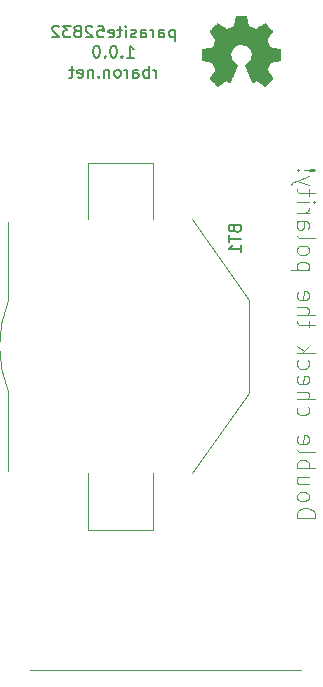
<source format=gbr>
G04 #@! TF.GenerationSoftware,KiCad,Pcbnew,(5.1.2-1)-1*
G04 #@! TF.CreationDate,2021-02-23T18:56:46+01:00*
G04 #@! TF.ProjectId,parasite,70617261-7369-4746-952e-6b696361645f,1.1.0*
G04 #@! TF.SameCoordinates,Original*
G04 #@! TF.FileFunction,Legend,Bot*
G04 #@! TF.FilePolarity,Positive*
%FSLAX46Y46*%
G04 Gerber Fmt 4.6, Leading zero omitted, Abs format (unit mm)*
G04 Created by KiCad (PCBNEW (5.1.2-1)-1) date 2021-02-23 18:56:46*
%MOMM*%
%LPD*%
G04 APERTURE LIST*
%ADD10C,0.100000*%
%ADD11C,0.200000*%
%ADD12C,0.120000*%
%ADD13C,0.010000*%
%ADD14C,0.150000*%
G04 APERTURE END LIST*
D10*
X129121428Y-86150000D02*
X130621428Y-86150000D01*
X130621428Y-85792857D01*
X130550000Y-85578571D01*
X130407142Y-85435714D01*
X130264285Y-85364285D01*
X129978571Y-85292857D01*
X129764285Y-85292857D01*
X129478571Y-85364285D01*
X129335714Y-85435714D01*
X129192857Y-85578571D01*
X129121428Y-85792857D01*
X129121428Y-86150000D01*
X129121428Y-84435714D02*
X129192857Y-84578571D01*
X129264285Y-84650000D01*
X129407142Y-84721428D01*
X129835714Y-84721428D01*
X129978571Y-84650000D01*
X130050000Y-84578571D01*
X130121428Y-84435714D01*
X130121428Y-84221428D01*
X130050000Y-84078571D01*
X129978571Y-84007142D01*
X129835714Y-83935714D01*
X129407142Y-83935714D01*
X129264285Y-84007142D01*
X129192857Y-84078571D01*
X129121428Y-84221428D01*
X129121428Y-84435714D01*
X130121428Y-82650000D02*
X129121428Y-82650000D01*
X130121428Y-83292857D02*
X129335714Y-83292857D01*
X129192857Y-83221428D01*
X129121428Y-83078571D01*
X129121428Y-82864285D01*
X129192857Y-82721428D01*
X129264285Y-82650000D01*
X129121428Y-81935714D02*
X130621428Y-81935714D01*
X130050000Y-81935714D02*
X130121428Y-81792857D01*
X130121428Y-81507142D01*
X130050000Y-81364285D01*
X129978571Y-81292857D01*
X129835714Y-81221428D01*
X129407142Y-81221428D01*
X129264285Y-81292857D01*
X129192857Y-81364285D01*
X129121428Y-81507142D01*
X129121428Y-81792857D01*
X129192857Y-81935714D01*
X129121428Y-80364285D02*
X129192857Y-80507142D01*
X129335714Y-80578571D01*
X130621428Y-80578571D01*
X129192857Y-79221428D02*
X129121428Y-79364285D01*
X129121428Y-79650000D01*
X129192857Y-79792857D01*
X129335714Y-79864285D01*
X129907142Y-79864285D01*
X130050000Y-79792857D01*
X130121428Y-79650000D01*
X130121428Y-79364285D01*
X130050000Y-79221428D01*
X129907142Y-79150000D01*
X129764285Y-79150000D01*
X129621428Y-79864285D01*
X129192857Y-76721428D02*
X129121428Y-76864285D01*
X129121428Y-77150000D01*
X129192857Y-77292857D01*
X129264285Y-77364285D01*
X129407142Y-77435714D01*
X129835714Y-77435714D01*
X129978571Y-77364285D01*
X130050000Y-77292857D01*
X130121428Y-77150000D01*
X130121428Y-76864285D01*
X130050000Y-76721428D01*
X129121428Y-76078571D02*
X130621428Y-76078571D01*
X129121428Y-75435714D02*
X129907142Y-75435714D01*
X130050000Y-75507142D01*
X130121428Y-75649999D01*
X130121428Y-75864285D01*
X130050000Y-76007142D01*
X129978571Y-76078571D01*
X129192857Y-74149999D02*
X129121428Y-74292857D01*
X129121428Y-74578571D01*
X129192857Y-74721428D01*
X129335714Y-74792857D01*
X129907142Y-74792857D01*
X130050000Y-74721428D01*
X130121428Y-74578571D01*
X130121428Y-74292857D01*
X130050000Y-74149999D01*
X129907142Y-74078571D01*
X129764285Y-74078571D01*
X129621428Y-74792857D01*
X129192857Y-72792857D02*
X129121428Y-72935714D01*
X129121428Y-73221428D01*
X129192857Y-73364285D01*
X129264285Y-73435714D01*
X129407142Y-73507142D01*
X129835714Y-73507142D01*
X129978571Y-73435714D01*
X130050000Y-73364285D01*
X130121428Y-73221428D01*
X130121428Y-72935714D01*
X130050000Y-72792857D01*
X129121428Y-72149999D02*
X130621428Y-72149999D01*
X129692857Y-72007142D02*
X129121428Y-71578571D01*
X130121428Y-71578571D02*
X129550000Y-72149999D01*
X130121428Y-70007142D02*
X130121428Y-69435714D01*
X130621428Y-69792857D02*
X129335714Y-69792857D01*
X129192857Y-69721428D01*
X129121428Y-69578571D01*
X129121428Y-69435714D01*
X129121428Y-68935714D02*
X130621428Y-68935714D01*
X129121428Y-68292857D02*
X129907142Y-68292857D01*
X130050000Y-68364285D01*
X130121428Y-68507142D01*
X130121428Y-68721428D01*
X130050000Y-68864285D01*
X129978571Y-68935714D01*
X129192857Y-67007142D02*
X129121428Y-67149999D01*
X129121428Y-67435714D01*
X129192857Y-67578571D01*
X129335714Y-67649999D01*
X129907142Y-67649999D01*
X130050000Y-67578571D01*
X130121428Y-67435714D01*
X130121428Y-67149999D01*
X130050000Y-67007142D01*
X129907142Y-66935714D01*
X129764285Y-66935714D01*
X129621428Y-67649999D01*
X130121428Y-65149999D02*
X128621428Y-65149999D01*
X130050000Y-65149999D02*
X130121428Y-65007142D01*
X130121428Y-64721428D01*
X130050000Y-64578571D01*
X129978571Y-64507142D01*
X129835714Y-64435714D01*
X129407142Y-64435714D01*
X129264285Y-64507142D01*
X129192857Y-64578571D01*
X129121428Y-64721428D01*
X129121428Y-65007142D01*
X129192857Y-65149999D01*
X129121428Y-63578571D02*
X129192857Y-63721428D01*
X129264285Y-63792857D01*
X129407142Y-63864285D01*
X129835714Y-63864285D01*
X129978571Y-63792857D01*
X130050000Y-63721428D01*
X130121428Y-63578571D01*
X130121428Y-63364285D01*
X130050000Y-63221428D01*
X129978571Y-63149999D01*
X129835714Y-63078571D01*
X129407142Y-63078571D01*
X129264285Y-63149999D01*
X129192857Y-63221428D01*
X129121428Y-63364285D01*
X129121428Y-63578571D01*
X129121428Y-62221428D02*
X129192857Y-62364285D01*
X129335714Y-62435714D01*
X130621428Y-62435714D01*
X129121428Y-61007142D02*
X129907142Y-61007142D01*
X130050000Y-61078571D01*
X130121428Y-61221428D01*
X130121428Y-61507142D01*
X130050000Y-61649999D01*
X129192857Y-61007142D02*
X129121428Y-61149999D01*
X129121428Y-61507142D01*
X129192857Y-61649999D01*
X129335714Y-61721428D01*
X129478571Y-61721428D01*
X129621428Y-61649999D01*
X129692857Y-61507142D01*
X129692857Y-61149999D01*
X129764285Y-61007142D01*
X129121428Y-60292857D02*
X130121428Y-60292857D01*
X129835714Y-60292857D02*
X129978571Y-60221428D01*
X130050000Y-60149999D01*
X130121428Y-60007142D01*
X130121428Y-59864285D01*
X129121428Y-59364285D02*
X130121428Y-59364285D01*
X130621428Y-59364285D02*
X130550000Y-59435714D01*
X130478571Y-59364285D01*
X130550000Y-59292857D01*
X130621428Y-59364285D01*
X130478571Y-59364285D01*
X130121428Y-58864285D02*
X130121428Y-58292857D01*
X130621428Y-58649999D02*
X129335714Y-58649999D01*
X129192857Y-58578571D01*
X129121428Y-58435714D01*
X129121428Y-58292857D01*
X130121428Y-57935714D02*
X129121428Y-57578571D01*
X130121428Y-57221428D02*
X129121428Y-57578571D01*
X128764285Y-57721428D01*
X128692857Y-57792857D01*
X128621428Y-57935714D01*
X129264285Y-56649999D02*
X129192857Y-56578571D01*
X129121428Y-56649999D01*
X129192857Y-56721428D01*
X129264285Y-56649999D01*
X129121428Y-56649999D01*
X129692857Y-56649999D02*
X130550000Y-56721428D01*
X130621428Y-56649999D01*
X130550000Y-56578571D01*
X129692857Y-56649999D01*
X130621428Y-56649999D01*
D11*
X118766666Y-44785714D02*
X118766666Y-45785714D01*
X118766666Y-44833333D02*
X118671428Y-44785714D01*
X118480952Y-44785714D01*
X118385714Y-44833333D01*
X118338095Y-44880952D01*
X118290476Y-44976190D01*
X118290476Y-45261904D01*
X118338095Y-45357142D01*
X118385714Y-45404761D01*
X118480952Y-45452380D01*
X118671428Y-45452380D01*
X118766666Y-45404761D01*
X117433333Y-45452380D02*
X117433333Y-44928571D01*
X117480952Y-44833333D01*
X117576190Y-44785714D01*
X117766666Y-44785714D01*
X117861904Y-44833333D01*
X117433333Y-45404761D02*
X117528571Y-45452380D01*
X117766666Y-45452380D01*
X117861904Y-45404761D01*
X117909523Y-45309523D01*
X117909523Y-45214285D01*
X117861904Y-45119047D01*
X117766666Y-45071428D01*
X117528571Y-45071428D01*
X117433333Y-45023809D01*
X116957142Y-45452380D02*
X116957142Y-44785714D01*
X116957142Y-44976190D02*
X116909523Y-44880952D01*
X116861904Y-44833333D01*
X116766666Y-44785714D01*
X116671428Y-44785714D01*
X115909523Y-45452380D02*
X115909523Y-44928571D01*
X115957142Y-44833333D01*
X116052380Y-44785714D01*
X116242857Y-44785714D01*
X116338095Y-44833333D01*
X115909523Y-45404761D02*
X116004761Y-45452380D01*
X116242857Y-45452380D01*
X116338095Y-45404761D01*
X116385714Y-45309523D01*
X116385714Y-45214285D01*
X116338095Y-45119047D01*
X116242857Y-45071428D01*
X116004761Y-45071428D01*
X115909523Y-45023809D01*
X115480952Y-45404761D02*
X115385714Y-45452380D01*
X115195238Y-45452380D01*
X115100000Y-45404761D01*
X115052380Y-45309523D01*
X115052380Y-45261904D01*
X115100000Y-45166666D01*
X115195238Y-45119047D01*
X115338095Y-45119047D01*
X115433333Y-45071428D01*
X115480952Y-44976190D01*
X115480952Y-44928571D01*
X115433333Y-44833333D01*
X115338095Y-44785714D01*
X115195238Y-44785714D01*
X115100000Y-44833333D01*
X114623809Y-45452380D02*
X114623809Y-44785714D01*
X114623809Y-44452380D02*
X114671428Y-44500000D01*
X114623809Y-44547619D01*
X114576190Y-44500000D01*
X114623809Y-44452380D01*
X114623809Y-44547619D01*
X114290476Y-44785714D02*
X113909523Y-44785714D01*
X114147619Y-44452380D02*
X114147619Y-45309523D01*
X114100000Y-45404761D01*
X114004761Y-45452380D01*
X113909523Y-45452380D01*
X113195238Y-45404761D02*
X113290476Y-45452380D01*
X113480952Y-45452380D01*
X113576190Y-45404761D01*
X113623809Y-45309523D01*
X113623809Y-44928571D01*
X113576190Y-44833333D01*
X113480952Y-44785714D01*
X113290476Y-44785714D01*
X113195238Y-44833333D01*
X113147619Y-44928571D01*
X113147619Y-45023809D01*
X113623809Y-45119047D01*
X112242857Y-44452380D02*
X112719047Y-44452380D01*
X112766666Y-44928571D01*
X112719047Y-44880952D01*
X112623809Y-44833333D01*
X112385714Y-44833333D01*
X112290476Y-44880952D01*
X112242857Y-44928571D01*
X112195238Y-45023809D01*
X112195238Y-45261904D01*
X112242857Y-45357142D01*
X112290476Y-45404761D01*
X112385714Y-45452380D01*
X112623809Y-45452380D01*
X112719047Y-45404761D01*
X112766666Y-45357142D01*
X111814285Y-44547619D02*
X111766666Y-44500000D01*
X111671428Y-44452380D01*
X111433333Y-44452380D01*
X111338095Y-44500000D01*
X111290476Y-44547619D01*
X111242857Y-44642857D01*
X111242857Y-44738095D01*
X111290476Y-44880952D01*
X111861904Y-45452380D01*
X111242857Y-45452380D01*
X110671428Y-44880952D02*
X110766666Y-44833333D01*
X110814285Y-44785714D01*
X110861904Y-44690476D01*
X110861904Y-44642857D01*
X110814285Y-44547619D01*
X110766666Y-44500000D01*
X110671428Y-44452380D01*
X110480952Y-44452380D01*
X110385714Y-44500000D01*
X110338095Y-44547619D01*
X110290476Y-44642857D01*
X110290476Y-44690476D01*
X110338095Y-44785714D01*
X110385714Y-44833333D01*
X110480952Y-44880952D01*
X110671428Y-44880952D01*
X110766666Y-44928571D01*
X110814285Y-44976190D01*
X110861904Y-45071428D01*
X110861904Y-45261904D01*
X110814285Y-45357142D01*
X110766666Y-45404761D01*
X110671428Y-45452380D01*
X110480952Y-45452380D01*
X110385714Y-45404761D01*
X110338095Y-45357142D01*
X110290476Y-45261904D01*
X110290476Y-45071428D01*
X110338095Y-44976190D01*
X110385714Y-44928571D01*
X110480952Y-44880952D01*
X109957142Y-44452380D02*
X109338095Y-44452380D01*
X109671428Y-44833333D01*
X109528571Y-44833333D01*
X109433333Y-44880952D01*
X109385714Y-44928571D01*
X109338095Y-45023809D01*
X109338095Y-45261904D01*
X109385714Y-45357142D01*
X109433333Y-45404761D01*
X109528571Y-45452380D01*
X109814285Y-45452380D01*
X109909523Y-45404761D01*
X109957142Y-45357142D01*
X108957142Y-44547619D02*
X108909523Y-44500000D01*
X108814285Y-44452380D01*
X108576190Y-44452380D01*
X108480952Y-44500000D01*
X108433333Y-44547619D01*
X108385714Y-44642857D01*
X108385714Y-44738095D01*
X108433333Y-44880952D01*
X109004761Y-45452380D01*
X108385714Y-45452380D01*
X114742857Y-47152380D02*
X115314285Y-47152380D01*
X115028571Y-47152380D02*
X115028571Y-46152380D01*
X115123809Y-46295238D01*
X115219047Y-46390476D01*
X115314285Y-46438095D01*
X114314285Y-47057142D02*
X114266666Y-47104761D01*
X114314285Y-47152380D01*
X114361904Y-47104761D01*
X114314285Y-47057142D01*
X114314285Y-47152380D01*
X113647619Y-46152380D02*
X113552380Y-46152380D01*
X113457142Y-46200000D01*
X113409523Y-46247619D01*
X113361904Y-46342857D01*
X113314285Y-46533333D01*
X113314285Y-46771428D01*
X113361904Y-46961904D01*
X113409523Y-47057142D01*
X113457142Y-47104761D01*
X113552380Y-47152380D01*
X113647619Y-47152380D01*
X113742857Y-47104761D01*
X113790476Y-47057142D01*
X113838095Y-46961904D01*
X113885714Y-46771428D01*
X113885714Y-46533333D01*
X113838095Y-46342857D01*
X113790476Y-46247619D01*
X113742857Y-46200000D01*
X113647619Y-46152380D01*
X112885714Y-47057142D02*
X112838095Y-47104761D01*
X112885714Y-47152380D01*
X112933333Y-47104761D01*
X112885714Y-47057142D01*
X112885714Y-47152380D01*
X112219047Y-46152380D02*
X112123809Y-46152380D01*
X112028571Y-46200000D01*
X111980952Y-46247619D01*
X111933333Y-46342857D01*
X111885714Y-46533333D01*
X111885714Y-46771428D01*
X111933333Y-46961904D01*
X111980952Y-47057142D01*
X112028571Y-47104761D01*
X112123809Y-47152380D01*
X112219047Y-47152380D01*
X112314285Y-47104761D01*
X112361904Y-47057142D01*
X112409523Y-46961904D01*
X112457142Y-46771428D01*
X112457142Y-46533333D01*
X112409523Y-46342857D01*
X112361904Y-46247619D01*
X112314285Y-46200000D01*
X112219047Y-46152380D01*
X117195238Y-48852380D02*
X117195238Y-48185714D01*
X117195238Y-48376190D02*
X117147619Y-48280952D01*
X117100000Y-48233333D01*
X117004761Y-48185714D01*
X116909523Y-48185714D01*
X116576190Y-48852380D02*
X116576190Y-47852380D01*
X116576190Y-48233333D02*
X116480952Y-48185714D01*
X116290476Y-48185714D01*
X116195238Y-48233333D01*
X116147619Y-48280952D01*
X116100000Y-48376190D01*
X116100000Y-48661904D01*
X116147619Y-48757142D01*
X116195238Y-48804761D01*
X116290476Y-48852380D01*
X116480952Y-48852380D01*
X116576190Y-48804761D01*
X115242857Y-48852380D02*
X115242857Y-48328571D01*
X115290476Y-48233333D01*
X115385714Y-48185714D01*
X115576190Y-48185714D01*
X115671428Y-48233333D01*
X115242857Y-48804761D02*
X115338095Y-48852380D01*
X115576190Y-48852380D01*
X115671428Y-48804761D01*
X115719047Y-48709523D01*
X115719047Y-48614285D01*
X115671428Y-48519047D01*
X115576190Y-48471428D01*
X115338095Y-48471428D01*
X115242857Y-48423809D01*
X114766666Y-48852380D02*
X114766666Y-48185714D01*
X114766666Y-48376190D02*
X114719047Y-48280952D01*
X114671428Y-48233333D01*
X114576190Y-48185714D01*
X114480952Y-48185714D01*
X114004761Y-48852380D02*
X114100000Y-48804761D01*
X114147619Y-48757142D01*
X114195238Y-48661904D01*
X114195238Y-48376190D01*
X114147619Y-48280952D01*
X114100000Y-48233333D01*
X114004761Y-48185714D01*
X113861904Y-48185714D01*
X113766666Y-48233333D01*
X113719047Y-48280952D01*
X113671428Y-48376190D01*
X113671428Y-48661904D01*
X113719047Y-48757142D01*
X113766666Y-48804761D01*
X113861904Y-48852380D01*
X114004761Y-48852380D01*
X113242857Y-48185714D02*
X113242857Y-48852380D01*
X113242857Y-48280952D02*
X113195238Y-48233333D01*
X113100000Y-48185714D01*
X112957142Y-48185714D01*
X112861904Y-48233333D01*
X112814285Y-48328571D01*
X112814285Y-48852380D01*
X112338095Y-48757142D02*
X112290476Y-48804761D01*
X112338095Y-48852380D01*
X112385714Y-48804761D01*
X112338095Y-48757142D01*
X112338095Y-48852380D01*
X111861904Y-48185714D02*
X111861904Y-48852380D01*
X111861904Y-48280952D02*
X111814285Y-48233333D01*
X111719047Y-48185714D01*
X111576190Y-48185714D01*
X111480952Y-48233333D01*
X111433333Y-48328571D01*
X111433333Y-48852380D01*
X110576190Y-48804761D02*
X110671428Y-48852380D01*
X110861904Y-48852380D01*
X110957142Y-48804761D01*
X111004761Y-48709523D01*
X111004761Y-48328571D01*
X110957142Y-48233333D01*
X110861904Y-48185714D01*
X110671428Y-48185714D01*
X110576190Y-48233333D01*
X110528571Y-48328571D01*
X110528571Y-48423809D01*
X111004761Y-48519047D01*
X110242857Y-48185714D02*
X109861904Y-48185714D01*
X110100000Y-47852380D02*
X110100000Y-48709523D01*
X110052380Y-48804761D01*
X109957142Y-48852380D01*
X109861904Y-48852380D01*
D12*
X106500000Y-99000000D02*
X129500000Y-99000000D01*
X120250000Y-60800000D02*
X125050000Y-67650000D01*
X125050000Y-67650000D02*
X125050000Y-75550000D01*
X125050000Y-75550000D02*
X120250000Y-82350000D01*
X104700000Y-61050000D02*
X104700000Y-67750000D01*
X104698536Y-67753615D02*
G75*
G03X104700000Y-75450000I9501464J-3846385D01*
G01*
X104700000Y-82150000D02*
X104700000Y-75450000D01*
X111450000Y-60850000D02*
X111450000Y-56050000D01*
X111450000Y-56050000D02*
X116950000Y-56050000D01*
X116950000Y-56050000D02*
X116950000Y-60850000D01*
X116950000Y-82350000D02*
X116950000Y-87150000D01*
X116950000Y-87150000D02*
X111450000Y-87150000D01*
X111450000Y-87150000D02*
X111450000Y-82350000D01*
D13*
G36*
X123844186Y-44068931D02*
G01*
X123760365Y-44513555D01*
X123451080Y-44641053D01*
X123141794Y-44768551D01*
X122770754Y-44516246D01*
X122666843Y-44445996D01*
X122572913Y-44383272D01*
X122493348Y-44330938D01*
X122432530Y-44291857D01*
X122394843Y-44268893D01*
X122384579Y-44263942D01*
X122366090Y-44276676D01*
X122326580Y-44311882D01*
X122270478Y-44365062D01*
X122202213Y-44431718D01*
X122126214Y-44507354D01*
X122046908Y-44587472D01*
X121968725Y-44667574D01*
X121896093Y-44743164D01*
X121833441Y-44809745D01*
X121785197Y-44862818D01*
X121755790Y-44897887D01*
X121748759Y-44909623D01*
X121758877Y-44931260D01*
X121787241Y-44978662D01*
X121830871Y-45047193D01*
X121886782Y-45132215D01*
X121951994Y-45229093D01*
X121989781Y-45284350D01*
X122058657Y-45385248D01*
X122119860Y-45476299D01*
X122170422Y-45552970D01*
X122207372Y-45610728D01*
X122227742Y-45645043D01*
X122230803Y-45652254D01*
X122223864Y-45672748D01*
X122204949Y-45720513D01*
X122176913Y-45788832D01*
X122142609Y-45870989D01*
X122104891Y-45960270D01*
X122066613Y-46049958D01*
X122030630Y-46133338D01*
X121999794Y-46203694D01*
X121976961Y-46254310D01*
X121964983Y-46278471D01*
X121964276Y-46279422D01*
X121945469Y-46284036D01*
X121895382Y-46294328D01*
X121819207Y-46309287D01*
X121722135Y-46327901D01*
X121609357Y-46349159D01*
X121543558Y-46361418D01*
X121423050Y-46384362D01*
X121314203Y-46406195D01*
X121222524Y-46425722D01*
X121153519Y-46441748D01*
X121112696Y-46453079D01*
X121104489Y-46456674D01*
X121096452Y-46481006D01*
X121089967Y-46535959D01*
X121085030Y-46615108D01*
X121081636Y-46712026D01*
X121079782Y-46820287D01*
X121079462Y-46933465D01*
X121080673Y-47045135D01*
X121083410Y-47148868D01*
X121087669Y-47238241D01*
X121093445Y-47306826D01*
X121100733Y-47348197D01*
X121105105Y-47356810D01*
X121131236Y-47367133D01*
X121186607Y-47381892D01*
X121263893Y-47399352D01*
X121355770Y-47417780D01*
X121387842Y-47423741D01*
X121542476Y-47452066D01*
X121664625Y-47474876D01*
X121758327Y-47493080D01*
X121827616Y-47507583D01*
X121876529Y-47519292D01*
X121909103Y-47529115D01*
X121929372Y-47537956D01*
X121941374Y-47546724D01*
X121943053Y-47548457D01*
X121959816Y-47576371D01*
X121985386Y-47630695D01*
X122017212Y-47704777D01*
X122052740Y-47791965D01*
X122089417Y-47885608D01*
X122124689Y-47979052D01*
X122156004Y-48065647D01*
X122180807Y-48138740D01*
X122196546Y-48191678D01*
X122200668Y-48217811D01*
X122200324Y-48218726D01*
X122186359Y-48240086D01*
X122154678Y-48287084D01*
X122108609Y-48354827D01*
X122051482Y-48438423D01*
X121986627Y-48532982D01*
X121968157Y-48559854D01*
X121902301Y-48657275D01*
X121844350Y-48746163D01*
X121797462Y-48821412D01*
X121764793Y-48877920D01*
X121749500Y-48910581D01*
X121748759Y-48914593D01*
X121761608Y-48935684D01*
X121797112Y-48977464D01*
X121850707Y-49035445D01*
X121917829Y-49105135D01*
X121993913Y-49182045D01*
X122074396Y-49261683D01*
X122154713Y-49339561D01*
X122230301Y-49411186D01*
X122296595Y-49472070D01*
X122349031Y-49517721D01*
X122383045Y-49543650D01*
X122392455Y-49547883D01*
X122414357Y-49537912D01*
X122459200Y-49511020D01*
X122519679Y-49471736D01*
X122566211Y-49440117D01*
X122650525Y-49382098D01*
X122750374Y-49313784D01*
X122850527Y-49245579D01*
X122904373Y-49209075D01*
X123086629Y-49085800D01*
X123239619Y-49168520D01*
X123309318Y-49204759D01*
X123368586Y-49232926D01*
X123408689Y-49248991D01*
X123418897Y-49251226D01*
X123431171Y-49234722D01*
X123455387Y-49188082D01*
X123489737Y-49115609D01*
X123532412Y-49021606D01*
X123581606Y-48910374D01*
X123635510Y-48786215D01*
X123692316Y-48653432D01*
X123750218Y-48516327D01*
X123807407Y-48379202D01*
X123862076Y-48246358D01*
X123912416Y-48122098D01*
X123956620Y-48010725D01*
X123992881Y-47916539D01*
X124019391Y-47843844D01*
X124034342Y-47796941D01*
X124036746Y-47780833D01*
X124017689Y-47760286D01*
X123975964Y-47726933D01*
X123920294Y-47687702D01*
X123915622Y-47684599D01*
X123771736Y-47569423D01*
X123655717Y-47435053D01*
X123568570Y-47285784D01*
X123511301Y-47125913D01*
X123484914Y-46959737D01*
X123490415Y-46791552D01*
X123528810Y-46625655D01*
X123601105Y-46466342D01*
X123622374Y-46431487D01*
X123733004Y-46290737D01*
X123863698Y-46177714D01*
X124009936Y-46093003D01*
X124167192Y-46037194D01*
X124330943Y-46010874D01*
X124496667Y-46014630D01*
X124659838Y-46049050D01*
X124815935Y-46114723D01*
X124960433Y-46212235D01*
X125005131Y-46251813D01*
X125118888Y-46375703D01*
X125201782Y-46506124D01*
X125258644Y-46652315D01*
X125290313Y-46797088D01*
X125298131Y-46959860D01*
X125272062Y-47123440D01*
X125214755Y-47282298D01*
X125128856Y-47430906D01*
X125017014Y-47563735D01*
X124881877Y-47675256D01*
X124864117Y-47687011D01*
X124807850Y-47725508D01*
X124765077Y-47758863D01*
X124744628Y-47780160D01*
X124744331Y-47780833D01*
X124748721Y-47803871D01*
X124766124Y-47856157D01*
X124794732Y-47933390D01*
X124832735Y-48031268D01*
X124878326Y-48145491D01*
X124929697Y-48271758D01*
X124985038Y-48405767D01*
X125042542Y-48543218D01*
X125100399Y-48679808D01*
X125156802Y-48811237D01*
X125209942Y-48933205D01*
X125258010Y-49041409D01*
X125299199Y-49131549D01*
X125331699Y-49199323D01*
X125353703Y-49240430D01*
X125362564Y-49251226D01*
X125389640Y-49242819D01*
X125440303Y-49220272D01*
X125505817Y-49187613D01*
X125541841Y-49168520D01*
X125694832Y-49085800D01*
X125877088Y-49209075D01*
X125970125Y-49272228D01*
X126071985Y-49341727D01*
X126167438Y-49407165D01*
X126215250Y-49440117D01*
X126282495Y-49485273D01*
X126339436Y-49521057D01*
X126378646Y-49542938D01*
X126391381Y-49547563D01*
X126409917Y-49535085D01*
X126450941Y-49500252D01*
X126510475Y-49446678D01*
X126584542Y-49377983D01*
X126669165Y-49297781D01*
X126722685Y-49246286D01*
X126816319Y-49154286D01*
X126897241Y-49071999D01*
X126962177Y-49002945D01*
X127007858Y-48950644D01*
X127031011Y-48918616D01*
X127033232Y-48912116D01*
X127022924Y-48887394D01*
X126994439Y-48837405D01*
X126950937Y-48767212D01*
X126895577Y-48681875D01*
X126831520Y-48586456D01*
X126813303Y-48559854D01*
X126746927Y-48463167D01*
X126687378Y-48376117D01*
X126637984Y-48303595D01*
X126602075Y-48250493D01*
X126582981Y-48221703D01*
X126581136Y-48218726D01*
X126583895Y-48195782D01*
X126598538Y-48145336D01*
X126622513Y-48074041D01*
X126653266Y-47988547D01*
X126688244Y-47895507D01*
X126724893Y-47801574D01*
X126760661Y-47713399D01*
X126792994Y-47637634D01*
X126819338Y-47580931D01*
X126837142Y-47549943D01*
X126838407Y-47548457D01*
X126849294Y-47539601D01*
X126867682Y-47530843D01*
X126897606Y-47521277D01*
X126943103Y-47509996D01*
X127008209Y-47496093D01*
X127096961Y-47478663D01*
X127213393Y-47456798D01*
X127361542Y-47429591D01*
X127393618Y-47423741D01*
X127488686Y-47405374D01*
X127571565Y-47387405D01*
X127634930Y-47371569D01*
X127671458Y-47359600D01*
X127676356Y-47356810D01*
X127684427Y-47332072D01*
X127690987Y-47276790D01*
X127696033Y-47197389D01*
X127699559Y-47100296D01*
X127701561Y-46991938D01*
X127702036Y-46878740D01*
X127700977Y-46767128D01*
X127698382Y-46663529D01*
X127694246Y-46574368D01*
X127688563Y-46506072D01*
X127681331Y-46465066D01*
X127676971Y-46456674D01*
X127652698Y-46448208D01*
X127597426Y-46434435D01*
X127516662Y-46416550D01*
X127415912Y-46395748D01*
X127300683Y-46373223D01*
X127237902Y-46361418D01*
X127118787Y-46339151D01*
X127012565Y-46318979D01*
X126924427Y-46301915D01*
X126859566Y-46288969D01*
X126823174Y-46281155D01*
X126817184Y-46279422D01*
X126807061Y-46259890D01*
X126785662Y-46212843D01*
X126755839Y-46145003D01*
X126720445Y-46063091D01*
X126682332Y-45973828D01*
X126644353Y-45883935D01*
X126609360Y-45800135D01*
X126580206Y-45729147D01*
X126559743Y-45677694D01*
X126550823Y-45652497D01*
X126550657Y-45651396D01*
X126560769Y-45631519D01*
X126589117Y-45585777D01*
X126632723Y-45518717D01*
X126688606Y-45434884D01*
X126753787Y-45338826D01*
X126791679Y-45283650D01*
X126860725Y-45182481D01*
X126922050Y-45090630D01*
X126972663Y-45012744D01*
X127009571Y-44953469D01*
X127029782Y-44917451D01*
X127032701Y-44909377D01*
X127020153Y-44890584D01*
X126985463Y-44850457D01*
X126933063Y-44793493D01*
X126867384Y-44724185D01*
X126792856Y-44647031D01*
X126713913Y-44566525D01*
X126634983Y-44487163D01*
X126560500Y-44413440D01*
X126494894Y-44349852D01*
X126442596Y-44300894D01*
X126408039Y-44271061D01*
X126396478Y-44263942D01*
X126377654Y-44273953D01*
X126332631Y-44302078D01*
X126265787Y-44345454D01*
X126181499Y-44401218D01*
X126084144Y-44466506D01*
X126010707Y-44516246D01*
X125639667Y-44768551D01*
X125021095Y-44513555D01*
X124937275Y-44068931D01*
X124853454Y-43624307D01*
X123928006Y-43624307D01*
X123844186Y-44068931D01*
X123844186Y-44068931D01*
G37*
X123844186Y-44068931D02*
X123760365Y-44513555D01*
X123451080Y-44641053D01*
X123141794Y-44768551D01*
X122770754Y-44516246D01*
X122666843Y-44445996D01*
X122572913Y-44383272D01*
X122493348Y-44330938D01*
X122432530Y-44291857D01*
X122394843Y-44268893D01*
X122384579Y-44263942D01*
X122366090Y-44276676D01*
X122326580Y-44311882D01*
X122270478Y-44365062D01*
X122202213Y-44431718D01*
X122126214Y-44507354D01*
X122046908Y-44587472D01*
X121968725Y-44667574D01*
X121896093Y-44743164D01*
X121833441Y-44809745D01*
X121785197Y-44862818D01*
X121755790Y-44897887D01*
X121748759Y-44909623D01*
X121758877Y-44931260D01*
X121787241Y-44978662D01*
X121830871Y-45047193D01*
X121886782Y-45132215D01*
X121951994Y-45229093D01*
X121989781Y-45284350D01*
X122058657Y-45385248D01*
X122119860Y-45476299D01*
X122170422Y-45552970D01*
X122207372Y-45610728D01*
X122227742Y-45645043D01*
X122230803Y-45652254D01*
X122223864Y-45672748D01*
X122204949Y-45720513D01*
X122176913Y-45788832D01*
X122142609Y-45870989D01*
X122104891Y-45960270D01*
X122066613Y-46049958D01*
X122030630Y-46133338D01*
X121999794Y-46203694D01*
X121976961Y-46254310D01*
X121964983Y-46278471D01*
X121964276Y-46279422D01*
X121945469Y-46284036D01*
X121895382Y-46294328D01*
X121819207Y-46309287D01*
X121722135Y-46327901D01*
X121609357Y-46349159D01*
X121543558Y-46361418D01*
X121423050Y-46384362D01*
X121314203Y-46406195D01*
X121222524Y-46425722D01*
X121153519Y-46441748D01*
X121112696Y-46453079D01*
X121104489Y-46456674D01*
X121096452Y-46481006D01*
X121089967Y-46535959D01*
X121085030Y-46615108D01*
X121081636Y-46712026D01*
X121079782Y-46820287D01*
X121079462Y-46933465D01*
X121080673Y-47045135D01*
X121083410Y-47148868D01*
X121087669Y-47238241D01*
X121093445Y-47306826D01*
X121100733Y-47348197D01*
X121105105Y-47356810D01*
X121131236Y-47367133D01*
X121186607Y-47381892D01*
X121263893Y-47399352D01*
X121355770Y-47417780D01*
X121387842Y-47423741D01*
X121542476Y-47452066D01*
X121664625Y-47474876D01*
X121758327Y-47493080D01*
X121827616Y-47507583D01*
X121876529Y-47519292D01*
X121909103Y-47529115D01*
X121929372Y-47537956D01*
X121941374Y-47546724D01*
X121943053Y-47548457D01*
X121959816Y-47576371D01*
X121985386Y-47630695D01*
X122017212Y-47704777D01*
X122052740Y-47791965D01*
X122089417Y-47885608D01*
X122124689Y-47979052D01*
X122156004Y-48065647D01*
X122180807Y-48138740D01*
X122196546Y-48191678D01*
X122200668Y-48217811D01*
X122200324Y-48218726D01*
X122186359Y-48240086D01*
X122154678Y-48287084D01*
X122108609Y-48354827D01*
X122051482Y-48438423D01*
X121986627Y-48532982D01*
X121968157Y-48559854D01*
X121902301Y-48657275D01*
X121844350Y-48746163D01*
X121797462Y-48821412D01*
X121764793Y-48877920D01*
X121749500Y-48910581D01*
X121748759Y-48914593D01*
X121761608Y-48935684D01*
X121797112Y-48977464D01*
X121850707Y-49035445D01*
X121917829Y-49105135D01*
X121993913Y-49182045D01*
X122074396Y-49261683D01*
X122154713Y-49339561D01*
X122230301Y-49411186D01*
X122296595Y-49472070D01*
X122349031Y-49517721D01*
X122383045Y-49543650D01*
X122392455Y-49547883D01*
X122414357Y-49537912D01*
X122459200Y-49511020D01*
X122519679Y-49471736D01*
X122566211Y-49440117D01*
X122650525Y-49382098D01*
X122750374Y-49313784D01*
X122850527Y-49245579D01*
X122904373Y-49209075D01*
X123086629Y-49085800D01*
X123239619Y-49168520D01*
X123309318Y-49204759D01*
X123368586Y-49232926D01*
X123408689Y-49248991D01*
X123418897Y-49251226D01*
X123431171Y-49234722D01*
X123455387Y-49188082D01*
X123489737Y-49115609D01*
X123532412Y-49021606D01*
X123581606Y-48910374D01*
X123635510Y-48786215D01*
X123692316Y-48653432D01*
X123750218Y-48516327D01*
X123807407Y-48379202D01*
X123862076Y-48246358D01*
X123912416Y-48122098D01*
X123956620Y-48010725D01*
X123992881Y-47916539D01*
X124019391Y-47843844D01*
X124034342Y-47796941D01*
X124036746Y-47780833D01*
X124017689Y-47760286D01*
X123975964Y-47726933D01*
X123920294Y-47687702D01*
X123915622Y-47684599D01*
X123771736Y-47569423D01*
X123655717Y-47435053D01*
X123568570Y-47285784D01*
X123511301Y-47125913D01*
X123484914Y-46959737D01*
X123490415Y-46791552D01*
X123528810Y-46625655D01*
X123601105Y-46466342D01*
X123622374Y-46431487D01*
X123733004Y-46290737D01*
X123863698Y-46177714D01*
X124009936Y-46093003D01*
X124167192Y-46037194D01*
X124330943Y-46010874D01*
X124496667Y-46014630D01*
X124659838Y-46049050D01*
X124815935Y-46114723D01*
X124960433Y-46212235D01*
X125005131Y-46251813D01*
X125118888Y-46375703D01*
X125201782Y-46506124D01*
X125258644Y-46652315D01*
X125290313Y-46797088D01*
X125298131Y-46959860D01*
X125272062Y-47123440D01*
X125214755Y-47282298D01*
X125128856Y-47430906D01*
X125017014Y-47563735D01*
X124881877Y-47675256D01*
X124864117Y-47687011D01*
X124807850Y-47725508D01*
X124765077Y-47758863D01*
X124744628Y-47780160D01*
X124744331Y-47780833D01*
X124748721Y-47803871D01*
X124766124Y-47856157D01*
X124794732Y-47933390D01*
X124832735Y-48031268D01*
X124878326Y-48145491D01*
X124929697Y-48271758D01*
X124985038Y-48405767D01*
X125042542Y-48543218D01*
X125100399Y-48679808D01*
X125156802Y-48811237D01*
X125209942Y-48933205D01*
X125258010Y-49041409D01*
X125299199Y-49131549D01*
X125331699Y-49199323D01*
X125353703Y-49240430D01*
X125362564Y-49251226D01*
X125389640Y-49242819D01*
X125440303Y-49220272D01*
X125505817Y-49187613D01*
X125541841Y-49168520D01*
X125694832Y-49085800D01*
X125877088Y-49209075D01*
X125970125Y-49272228D01*
X126071985Y-49341727D01*
X126167438Y-49407165D01*
X126215250Y-49440117D01*
X126282495Y-49485273D01*
X126339436Y-49521057D01*
X126378646Y-49542938D01*
X126391381Y-49547563D01*
X126409917Y-49535085D01*
X126450941Y-49500252D01*
X126510475Y-49446678D01*
X126584542Y-49377983D01*
X126669165Y-49297781D01*
X126722685Y-49246286D01*
X126816319Y-49154286D01*
X126897241Y-49071999D01*
X126962177Y-49002945D01*
X127007858Y-48950644D01*
X127031011Y-48918616D01*
X127033232Y-48912116D01*
X127022924Y-48887394D01*
X126994439Y-48837405D01*
X126950937Y-48767212D01*
X126895577Y-48681875D01*
X126831520Y-48586456D01*
X126813303Y-48559854D01*
X126746927Y-48463167D01*
X126687378Y-48376117D01*
X126637984Y-48303595D01*
X126602075Y-48250493D01*
X126582981Y-48221703D01*
X126581136Y-48218726D01*
X126583895Y-48195782D01*
X126598538Y-48145336D01*
X126622513Y-48074041D01*
X126653266Y-47988547D01*
X126688244Y-47895507D01*
X126724893Y-47801574D01*
X126760661Y-47713399D01*
X126792994Y-47637634D01*
X126819338Y-47580931D01*
X126837142Y-47549943D01*
X126838407Y-47548457D01*
X126849294Y-47539601D01*
X126867682Y-47530843D01*
X126897606Y-47521277D01*
X126943103Y-47509996D01*
X127008209Y-47496093D01*
X127096961Y-47478663D01*
X127213393Y-47456798D01*
X127361542Y-47429591D01*
X127393618Y-47423741D01*
X127488686Y-47405374D01*
X127571565Y-47387405D01*
X127634930Y-47371569D01*
X127671458Y-47359600D01*
X127676356Y-47356810D01*
X127684427Y-47332072D01*
X127690987Y-47276790D01*
X127696033Y-47197389D01*
X127699559Y-47100296D01*
X127701561Y-46991938D01*
X127702036Y-46878740D01*
X127700977Y-46767128D01*
X127698382Y-46663529D01*
X127694246Y-46574368D01*
X127688563Y-46506072D01*
X127681331Y-46465066D01*
X127676971Y-46456674D01*
X127652698Y-46448208D01*
X127597426Y-46434435D01*
X127516662Y-46416550D01*
X127415912Y-46395748D01*
X127300683Y-46373223D01*
X127237902Y-46361418D01*
X127118787Y-46339151D01*
X127012565Y-46318979D01*
X126924427Y-46301915D01*
X126859566Y-46288969D01*
X126823174Y-46281155D01*
X126817184Y-46279422D01*
X126807061Y-46259890D01*
X126785662Y-46212843D01*
X126755839Y-46145003D01*
X126720445Y-46063091D01*
X126682332Y-45973828D01*
X126644353Y-45883935D01*
X126609360Y-45800135D01*
X126580206Y-45729147D01*
X126559743Y-45677694D01*
X126550823Y-45652497D01*
X126550657Y-45651396D01*
X126560769Y-45631519D01*
X126589117Y-45585777D01*
X126632723Y-45518717D01*
X126688606Y-45434884D01*
X126753787Y-45338826D01*
X126791679Y-45283650D01*
X126860725Y-45182481D01*
X126922050Y-45090630D01*
X126972663Y-45012744D01*
X127009571Y-44953469D01*
X127029782Y-44917451D01*
X127032701Y-44909377D01*
X127020153Y-44890584D01*
X126985463Y-44850457D01*
X126933063Y-44793493D01*
X126867384Y-44724185D01*
X126792856Y-44647031D01*
X126713913Y-44566525D01*
X126634983Y-44487163D01*
X126560500Y-44413440D01*
X126494894Y-44349852D01*
X126442596Y-44300894D01*
X126408039Y-44271061D01*
X126396478Y-44263942D01*
X126377654Y-44273953D01*
X126332631Y-44302078D01*
X126265787Y-44345454D01*
X126181499Y-44401218D01*
X126084144Y-44466506D01*
X126010707Y-44516246D01*
X125639667Y-44768551D01*
X125021095Y-44513555D01*
X124937275Y-44068931D01*
X124853454Y-43624307D01*
X123928006Y-43624307D01*
X123844186Y-44068931D01*
D14*
X123828571Y-61664285D02*
X123876190Y-61807142D01*
X123923809Y-61854761D01*
X124019047Y-61902380D01*
X124161904Y-61902380D01*
X124257142Y-61854761D01*
X124304761Y-61807142D01*
X124352380Y-61711904D01*
X124352380Y-61330952D01*
X123352380Y-61330952D01*
X123352380Y-61664285D01*
X123400000Y-61759523D01*
X123447619Y-61807142D01*
X123542857Y-61854761D01*
X123638095Y-61854761D01*
X123733333Y-61807142D01*
X123780952Y-61759523D01*
X123828571Y-61664285D01*
X123828571Y-61330952D01*
X123352380Y-62188095D02*
X123352380Y-62759523D01*
X124352380Y-62473809D02*
X123352380Y-62473809D01*
X124352380Y-63616666D02*
X124352380Y-63045238D01*
X124352380Y-63330952D02*
X123352380Y-63330952D01*
X123495238Y-63235714D01*
X123590476Y-63140476D01*
X123638095Y-63045238D01*
M02*

</source>
